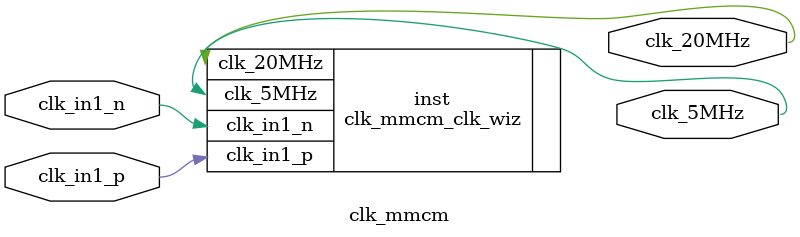
<source format=v>


`timescale 1ps/1ps

(* CORE_GENERATION_INFO = "clk_mmcm,clk_wiz_v6_0_2_0_0,{component_name=clk_mmcm,use_phase_alignment=false,use_min_o_jitter=false,use_max_i_jitter=false,use_dyn_phase_shift=false,use_inclk_switchover=false,use_dyn_reconfig=false,enable_axi=0,feedback_source=FDBK_AUTO,PRIMITIVE=MMCM,num_out_clk=2,clkin1_period=5.000,clkin2_period=10.0,use_power_down=false,use_reset=false,use_locked=false,use_inclk_stopped=false,feedback_type=SINGLE,CLOCK_MGR_TYPE=NA,manual_override=false}" *)

module clk_mmcm 
 (
  // Clock out ports
  output        clk_20MHz,
  output        clk_5MHz,
 // Clock in ports
  input         clk_in1_p,
  input         clk_in1_n
 );

  clk_mmcm_clk_wiz inst
  (
  // Clock out ports  
  .clk_20MHz(clk_20MHz),
  .clk_5MHz(clk_5MHz),
 // Clock in ports
  .clk_in1_p(clk_in1_p),
  .clk_in1_n(clk_in1_n)
  );

endmodule

</source>
